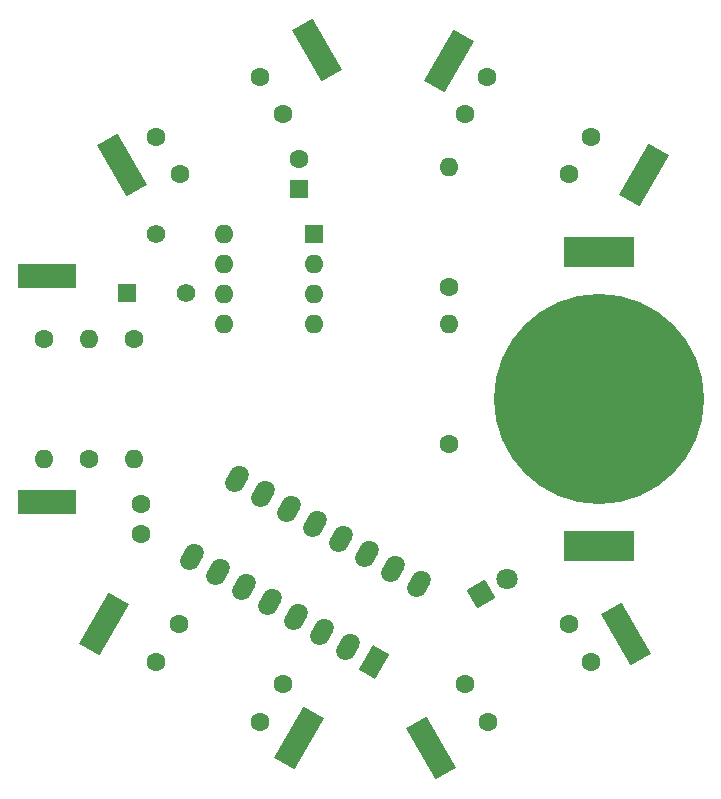
<source format=gts>
G04 #@! TF.GenerationSoftware,KiCad,Pcbnew,7.0.9*
G04 #@! TF.CreationDate,2024-02-04T19:54:10+01:00*
G04 #@! TF.ProjectId,Toolbox,546f6f6c-626f-4782-9e6b-696361645f70,rev?*
G04 #@! TF.SameCoordinates,Original*
G04 #@! TF.FileFunction,Soldermask,Top*
G04 #@! TF.FilePolarity,Negative*
%FSLAX46Y46*%
G04 Gerber Fmt 4.6, Leading zero omitted, Abs format (unit mm)*
G04 Created by KiCad (PCBNEW 7.0.9) date 2024-02-04 19:54:10*
%MOMM*%
%LPD*%
G01*
G04 APERTURE LIST*
G04 Aperture macros list*
%AMHorizOval*
0 Thick line with rounded ends*
0 $1 width*
0 $2 $3 position (X,Y) of the first rounded end (center of the circle)*
0 $4 $5 position (X,Y) of the second rounded end (center of the circle)*
0 Add line between two ends*
20,1,$1,$2,$3,$4,$5,0*
0 Add two circle primitives to create the rounded ends*
1,1,$1,$2,$3*
1,1,$1,$4,$5*%
%AMRotRect*
0 Rectangle, with rotation*
0 The origin of the aperture is its center*
0 $1 length*
0 $2 width*
0 $3 Rotation angle, in degrees counterclockwise*
0 Add horizontal line*
21,1,$1,$2,0,0,$3*%
G04 Aperture macros list end*
%ADD10R,5.000000X2.000000*%
%ADD11RotRect,2.000000X5.000000X30.000000*%
%ADD12RotRect,2.000000X5.000000X210.000000*%
%ADD13RotRect,2.000000X5.000000X330.000000*%
%ADD14R,6.000000X2.650000*%
%ADD15C,17.800000*%
%ADD16RotRect,2.000000X5.000000X150.000000*%
%ADD17C,1.600000*%
%ADD18R,1.600000X1.600000*%
%ADD19HorizOval,1.600000X0.000000X0.000000X0.000000X0.000000X0*%
%ADD20HorizOval,1.600000X0.000000X0.000000X0.000000X0.000000X0*%
%ADD21HorizOval,1.600000X0.000000X0.000000X0.000000X0.000000X0*%
%ADD22O,1.600000X1.600000*%
%ADD23RotRect,2.400000X1.600000X60.000000*%
%ADD24HorizOval,1.600000X0.200000X0.346410X-0.200000X-0.346410X0*%
%ADD25R,1.560000X1.560000*%
%ADD26C,1.560000*%
%ADD27C,1.800000*%
%ADD28RotRect,1.800000X1.800000X30.000000*%
%ADD29HorizOval,1.600000X0.000000X0.000000X0.000000X0.000000X0*%
G04 APERTURE END LIST*
D10*
X72290000Y-108660000D03*
D11*
X121341558Y-119876110D03*
D12*
X95138442Y-70463890D03*
D13*
X77151558Y-119006110D03*
D14*
X119050000Y-87550000D03*
X119050000Y-112450000D03*
D15*
X119050000Y-100000000D03*
D12*
X78658442Y-80123890D03*
D16*
X106368442Y-71333890D03*
X122848442Y-80993890D03*
D11*
X104861558Y-129536110D03*
D10*
X72290000Y-89600000D03*
D13*
X93631558Y-128666110D03*
D17*
X93650000Y-79680000D03*
D18*
X93650000Y-82180000D03*
D19*
X90383818Y-127305000D03*
D17*
X81585000Y-122225000D03*
X109616182Y-127305000D03*
D20*
X118415000Y-122225000D03*
D21*
X83490000Y-119050000D03*
D17*
X92288818Y-124130000D03*
D20*
X92334409Y-75870000D03*
D17*
X83535591Y-80950000D03*
D22*
X106350000Y-93650000D03*
D17*
X106350000Y-103810000D03*
X79680000Y-94920000D03*
D22*
X79680000Y-105080000D03*
D23*
X100000000Y-122225000D03*
D24*
X97800295Y-120955000D03*
X95600591Y-119685000D03*
X93400886Y-118415000D03*
X91201182Y-117145000D03*
X89001477Y-115875000D03*
X86801773Y-114605000D03*
X84602068Y-113335000D03*
X88412068Y-106735886D03*
X90611773Y-108005886D03*
X92811477Y-109275886D03*
X95011182Y-110545886D03*
X97210886Y-111815886D03*
X99410591Y-113085886D03*
X101610295Y-114355886D03*
X103810000Y-115625886D03*
D22*
X106350000Y-80315000D03*
D17*
X106350000Y-90475000D03*
X72060000Y-94920000D03*
D22*
X72060000Y-105080000D03*
D18*
X94910000Y-86040000D03*
D22*
X94910000Y-88580000D03*
X94910000Y-91120000D03*
X94910000Y-93660000D03*
X87290000Y-93660000D03*
X87290000Y-91120000D03*
X87290000Y-88580000D03*
X87290000Y-86040000D03*
D17*
X107711182Y-75870000D03*
D19*
X116510000Y-80950000D03*
D25*
X79085000Y-91030000D03*
D26*
X81585000Y-86030000D03*
X84085000Y-91030000D03*
D22*
X75870000Y-94920000D03*
D17*
X75870000Y-105080000D03*
D27*
X111255523Y-115242500D03*
D28*
X109055818Y-116512500D03*
D29*
X81585000Y-77775000D03*
D17*
X90383818Y-72695000D03*
D29*
X107711182Y-124130000D03*
D17*
X116510000Y-119050000D03*
X118369409Y-77775000D03*
D21*
X109570591Y-72695000D03*
D17*
X80315000Y-111390000D03*
X80315000Y-108890000D03*
M02*

</source>
